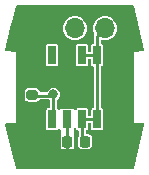
<source format=gbr>
G04 #@! TF.GenerationSoftware,KiCad,Pcbnew,7.0.1-0*
G04 #@! TF.CreationDate,2023-09-27T15:06:49-04:00*
G04 #@! TF.ProjectId,mechanical_speedo,6d656368-616e-4696-9361-6c5f73706565,rev?*
G04 #@! TF.SameCoordinates,Original*
G04 #@! TF.FileFunction,Copper,L1,Top*
G04 #@! TF.FilePolarity,Positive*
%FSLAX46Y46*%
G04 Gerber Fmt 4.6, Leading zero omitted, Abs format (unit mm)*
G04 Created by KiCad (PCBNEW 7.0.1-0) date 2023-09-27 15:06:49*
%MOMM*%
%LPD*%
G01*
G04 APERTURE LIST*
G04 Aperture macros list*
%AMRoundRect*
0 Rectangle with rounded corners*
0 $1 Rounding radius*
0 $2 $3 $4 $5 $6 $7 $8 $9 X,Y pos of 4 corners*
0 Add a 4 corners polygon primitive as box body*
4,1,4,$2,$3,$4,$5,$6,$7,$8,$9,$2,$3,0*
0 Add four circle primitives for the rounded corners*
1,1,$1+$1,$2,$3*
1,1,$1+$1,$4,$5*
1,1,$1+$1,$6,$7*
1,1,$1+$1,$8,$9*
0 Add four rect primitives between the rounded corners*
20,1,$1+$1,$2,$3,$4,$5,0*
20,1,$1+$1,$4,$5,$6,$7,0*
20,1,$1+$1,$6,$7,$8,$9,0*
20,1,$1+$1,$8,$9,$2,$3,0*%
G04 Aperture macros list end*
G04 #@! TA.AperFunction,SMDPad,CuDef*
%ADD10RoundRect,0.200000X0.275000X-0.200000X0.275000X0.200000X-0.275000X0.200000X-0.275000X-0.200000X0*%
G04 #@! TD*
G04 #@! TA.AperFunction,SMDPad,CuDef*
%ADD11R,0.700000X1.525000*%
G04 #@! TD*
G04 #@! TA.AperFunction,SMDPad,CuDef*
%ADD12RoundRect,0.225000X-0.225000X-0.250000X0.225000X-0.250000X0.225000X0.250000X-0.225000X0.250000X0*%
G04 #@! TD*
G04 #@! TA.AperFunction,ComponentPad*
%ADD13R,1.700000X1.700000*%
G04 #@! TD*
G04 #@! TA.AperFunction,ComponentPad*
%ADD14O,1.700000X1.700000*%
G04 #@! TD*
G04 #@! TA.AperFunction,ViaPad*
%ADD15C,0.800000*%
G04 #@! TD*
G04 #@! TA.AperFunction,Conductor*
%ADD16C,0.250000*%
G04 #@! TD*
G04 APERTURE END LIST*
D10*
X-3600000Y-650000D03*
X-3600000Y1000000D03*
D11*
X1905000Y2712000D03*
X635000Y2712000D03*
X-635000Y2712000D03*
X-1905000Y2712000D03*
X-1905000Y-2712000D03*
X-635000Y-2712000D03*
X635000Y-2712000D03*
X1905000Y-2712000D03*
D12*
X-675000Y-4600000D03*
X875000Y-4600000D03*
D13*
X-2525000Y5000000D03*
D14*
X15000Y5000000D03*
X2555000Y5000000D03*
D15*
X-1800000Y-600000D03*
D16*
X-675000Y-5475000D02*
X-800000Y-5600000D01*
X-675000Y-4600000D02*
X-675000Y-5475000D01*
X-635000Y-2712000D02*
X-635000Y-4560000D01*
X-635000Y-4560000D02*
X-675000Y-4600000D01*
X635000Y-2712000D02*
X635000Y-4360000D01*
X635000Y-4360000D02*
X875000Y-4600000D01*
X1905000Y2712000D02*
X1905000Y4350000D01*
X1905000Y4350000D02*
X2555000Y5000000D01*
X-3800000Y-712500D02*
X-1912500Y-712500D01*
X-1912500Y-712500D02*
X-1800000Y-600000D01*
X-1800000Y-600000D02*
X-1800000Y-2607000D01*
X-1800000Y-2607000D02*
X-1905000Y-2712000D01*
X635000Y2712000D02*
X1905000Y2712000D01*
X2712000Y4843000D02*
X2555000Y5000000D01*
X1905000Y-2712000D02*
X1905000Y2712000D01*
X1905000Y-2712000D02*
X635000Y-2712000D01*
G04 #@! TA.AperFunction,Conductor*
G36*
X4916789Y6937588D02*
G01*
X4959632Y6904136D01*
X4984053Y6855575D01*
X5901266Y3186721D01*
X5902532Y3132188D01*
X5880273Y3082387D01*
X5838797Y3046957D01*
X5786134Y3032755D01*
X5000000Y3000000D01*
X5000000Y-3000000D01*
X5786134Y-3032755D01*
X5838797Y-3046957D01*
X5880273Y-3082387D01*
X5902532Y-3132188D01*
X5901266Y-3186721D01*
X4984053Y-6855575D01*
X4959632Y-6904136D01*
X4916789Y-6937588D01*
X4863755Y-6949501D01*
X-4863755Y-6949501D01*
X-4916789Y-6937588D01*
X-4959632Y-6904136D01*
X-4984053Y-6855575D01*
X-5389072Y-5235500D01*
X-5901266Y-3186721D01*
X-5902532Y-3132188D01*
X-5880273Y-3082387D01*
X-5838797Y-3046957D01*
X-5786134Y-3032755D01*
X-5000000Y-3000000D01*
X-5000000Y-415785D01*
X-4235500Y-415785D01*
X-4235499Y-884214D01*
X-4225291Y-954286D01*
X-4172449Y-1062375D01*
X-4087375Y-1147449D01*
X-3979286Y-1200291D01*
X-3909215Y-1210500D01*
X-3290786Y-1210499D01*
X-3220714Y-1200291D01*
X-3112625Y-1147449D01*
X-3027551Y-1062375D01*
X-3027550Y-1062374D01*
X-3012919Y-1047743D01*
X-3012554Y-1048107D01*
X-2984337Y-1016812D01*
X-2918675Y-998000D01*
X-2244132Y-998000D01*
X-2204274Y-1004581D01*
X-2168646Y-1023624D01*
X-2134014Y-1050198D01*
X-2098288Y-1093730D01*
X-2085500Y-1148574D01*
X-2085500Y-1665000D01*
X-2102113Y-1727000D01*
X-2147500Y-1772387D01*
X-2209500Y-1789000D01*
X-2270807Y-1789000D01*
X-2317622Y-1798312D01*
X-2317623Y-1798312D01*
X-2317624Y-1798313D01*
X-2370714Y-1833786D01*
X-2406187Y-1886876D01*
X-2415500Y-1933694D01*
X-2415500Y-3490306D01*
X-2406187Y-3537124D01*
X-2370714Y-3590214D01*
X-2317624Y-3625687D01*
X-2290306Y-3631121D01*
X-2270807Y-3635000D01*
X-2270806Y-3635000D01*
X-1539194Y-3635000D01*
X-1539193Y-3635000D01*
X-1515785Y-3630343D01*
X-1492376Y-3625687D01*
X-1439286Y-3590214D01*
X-1427102Y-3571979D01*
X-1380295Y-3530385D01*
X-1319132Y-3516966D01*
X-1259210Y-3535143D01*
X-1215811Y-3580281D01*
X-1200000Y-3640870D01*
X-1200000Y-5200000D01*
X-100000Y-5200000D01*
X-100000Y-3595970D01*
X-84189Y-3535381D01*
X-40789Y-3490242D01*
X19133Y-3472066D01*
X80296Y-3485486D01*
X127103Y-3527081D01*
X133812Y-3537123D01*
X133813Y-3537124D01*
X169286Y-3590214D01*
X222376Y-3625687D01*
X239219Y-3629037D01*
X249693Y-3631121D01*
X300987Y-3654363D01*
X336712Y-3697895D01*
X349500Y-3752738D01*
X349500Y-4058257D01*
X336900Y-4112717D01*
X275417Y-4238481D01*
X264500Y-4313415D01*
X264500Y-4886585D01*
X275417Y-4961518D01*
X331922Y-5077101D01*
X422898Y-5168077D01*
X538481Y-5224582D01*
X613415Y-5235500D01*
X613418Y-5235500D01*
X1136582Y-5235500D01*
X1136585Y-5235500D01*
X1211518Y-5224582D01*
X1327101Y-5168077D01*
X1418077Y-5077101D01*
X1474582Y-4961518D01*
X1485500Y-4886585D01*
X1485500Y-4313415D01*
X1474582Y-4238481D01*
X1418077Y-4122898D01*
X1327101Y-4031922D01*
X1211518Y-3975417D01*
X1136585Y-3964500D01*
X1136582Y-3964500D01*
X1044500Y-3964500D01*
X982500Y-3947887D01*
X937113Y-3902500D01*
X920500Y-3840500D01*
X920500Y-3752738D01*
X933288Y-3697895D01*
X969013Y-3654363D01*
X1020307Y-3631121D01*
X1026785Y-3629832D01*
X1047624Y-3625687D01*
X1100714Y-3590214D01*
X1136187Y-3537124D01*
X1145500Y-3490306D01*
X1145500Y-3121500D01*
X1162113Y-3059500D01*
X1207500Y-3014113D01*
X1269500Y-2997500D01*
X1270500Y-2997500D01*
X1332500Y-3014113D01*
X1377887Y-3059500D01*
X1394500Y-3121500D01*
X1394500Y-3490307D01*
X1403812Y-3537122D01*
X1403812Y-3537123D01*
X1403813Y-3537124D01*
X1439286Y-3590214D01*
X1492376Y-3625687D01*
X1515785Y-3630343D01*
X1539193Y-3635000D01*
X1539194Y-3635000D01*
X2270806Y-3635000D01*
X2270807Y-3635000D01*
X2290306Y-3631121D01*
X2317624Y-3625687D01*
X2370714Y-3590214D01*
X2406187Y-3537124D01*
X2415500Y-3490306D01*
X2415500Y-1933694D01*
X2406187Y-1886876D01*
X2370714Y-1833786D01*
X2317624Y-1798313D01*
X2317623Y-1798312D01*
X2317622Y-1798312D01*
X2290307Y-1792879D01*
X2239013Y-1769637D01*
X2203288Y-1726105D01*
X2190500Y-1671262D01*
X2190500Y1671262D01*
X2203288Y1726105D01*
X2239013Y1769637D01*
X2290307Y1792879D01*
X2317622Y1798312D01*
X2317623Y1798312D01*
X2317624Y1798313D01*
X2370714Y1833786D01*
X2406187Y1886876D01*
X2415500Y1933694D01*
X2415500Y3490306D01*
X2406187Y3537124D01*
X2370714Y3590214D01*
X2317624Y3625687D01*
X2296785Y3629832D01*
X2290307Y3631121D01*
X2239013Y3654363D01*
X2203288Y3697895D01*
X2190500Y3752738D01*
X2190500Y3887405D01*
X2203740Y3943156D01*
X2240633Y3987002D01*
X2293299Y4009579D01*
X2350494Y4006066D01*
X2356905Y4004121D01*
X2555000Y3984611D01*
X2753094Y4004121D01*
X2943573Y4061902D01*
X3119118Y4155734D01*
X3119120Y4155735D01*
X3272988Y4282012D01*
X3399265Y4435880D01*
X3475505Y4578515D01*
X3493097Y4611426D01*
X3550878Y4801905D01*
X3550879Y4801907D01*
X3570389Y5000000D01*
X3550879Y5198093D01*
X3493097Y5388573D01*
X3399265Y5564120D01*
X3272988Y5717988D01*
X3119120Y5844265D01*
X2943573Y5938097D01*
X2753093Y5995879D01*
X2555000Y6015389D01*
X2356907Y5995879D01*
X2249368Y5963257D01*
X2166426Y5938097D01*
X2078653Y5891180D01*
X1990880Y5844265D01*
X1837012Y5717988D01*
X1710735Y5564120D01*
X1710734Y5564118D01*
X1616902Y5388573D01*
X1559121Y5198094D01*
X1539611Y5000000D01*
X1559121Y4801905D01*
X1616902Y4611427D01*
X1634494Y4578515D01*
X1648947Y4513255D01*
X1641263Y4490664D01*
X1644610Y4489877D01*
X1633591Y4443033D01*
X1628512Y4426634D01*
X1619500Y4403370D01*
X1619500Y4397504D01*
X1616206Y4369115D01*
X1614865Y4363413D01*
X1618311Y4338710D01*
X1619500Y4321579D01*
X1619500Y3752738D01*
X1606712Y3697895D01*
X1570987Y3654363D01*
X1519693Y3631121D01*
X1509219Y3629037D01*
X1492376Y3625687D01*
X1439286Y3590214D01*
X1403813Y3537124D01*
X1403812Y3537122D01*
X1394500Y3490307D01*
X1394500Y3121500D01*
X1377887Y3059500D01*
X1332500Y3014113D01*
X1270500Y2997500D01*
X1269500Y2997500D01*
X1207500Y3014113D01*
X1162113Y3059500D01*
X1145500Y3121500D01*
X1145500Y3490307D01*
X1136187Y3537122D01*
X1136187Y3537124D01*
X1100714Y3590214D01*
X1047624Y3625687D01*
X1016411Y3631895D01*
X1000807Y3635000D01*
X1000806Y3635000D01*
X269194Y3635000D01*
X269193Y3635000D01*
X245785Y3630343D01*
X222376Y3625687D01*
X169286Y3590214D01*
X133813Y3537124D01*
X133812Y3537122D01*
X124500Y3490307D01*
X124500Y1933693D01*
X133812Y1886877D01*
X169286Y1833786D01*
X222377Y1798312D01*
X269193Y1789000D01*
X269194Y1789000D01*
X1000806Y1789000D01*
X1000807Y1789000D01*
X1047622Y1798312D01*
X1047623Y1798312D01*
X1047624Y1798313D01*
X1100714Y1833786D01*
X1136187Y1886876D01*
X1145500Y1933694D01*
X1145500Y2302500D01*
X1162113Y2364500D01*
X1207500Y2409887D01*
X1269500Y2426500D01*
X1270500Y2426500D01*
X1332500Y2409887D01*
X1377887Y2364500D01*
X1394500Y2302500D01*
X1394500Y1933693D01*
X1403812Y1886877D01*
X1439286Y1833786D01*
X1492377Y1798312D01*
X1519693Y1792879D01*
X1570987Y1769637D01*
X1606712Y1726105D01*
X1619500Y1671262D01*
X1619500Y-1671262D01*
X1606712Y-1726105D01*
X1570987Y-1769637D01*
X1519693Y-1792879D01*
X1492377Y-1798312D01*
X1439286Y-1833786D01*
X1403812Y-1886877D01*
X1394500Y-1933693D01*
X1394500Y-2302500D01*
X1377887Y-2364500D01*
X1332500Y-2409887D01*
X1270500Y-2426500D01*
X1269500Y-2426500D01*
X1207500Y-2409887D01*
X1162113Y-2364500D01*
X1145500Y-2302500D01*
X1145500Y-1933693D01*
X1138185Y-1896919D01*
X1136187Y-1886876D01*
X1100714Y-1833786D01*
X1047624Y-1798313D01*
X1047623Y-1798312D01*
X1047622Y-1798312D01*
X1000807Y-1789000D01*
X1000806Y-1789000D01*
X269194Y-1789000D01*
X269193Y-1789000D01*
X222377Y-1798312D01*
X222375Y-1798313D01*
X222376Y-1798313D01*
X169288Y-1833785D01*
X169285Y-1833787D01*
X127103Y-1896919D01*
X80296Y-1938514D01*
X19133Y-1951934D01*
X-40789Y-1933758D01*
X-84189Y-1888619D01*
X-100000Y-1828030D01*
X-100000Y-1800000D01*
X-1200000Y-1800000D01*
X-1205956Y-1805956D01*
X-1215811Y-1843719D01*
X-1259210Y-1888857D01*
X-1319132Y-1907034D01*
X-1380295Y-1893615D01*
X-1427103Y-1852020D01*
X-1439286Y-1833785D01*
X-1459389Y-1820354D01*
X-1499858Y-1775705D01*
X-1514500Y-1717251D01*
X-1514500Y-1148574D01*
X-1501712Y-1093730D01*
X-1465986Y-1050198D01*
X-1400245Y-999754D01*
X-1310404Y-882669D01*
X-1253926Y-746320D01*
X-1249443Y-712274D01*
X-1234662Y-599999D01*
X-1253926Y-453680D01*
X-1310404Y-317331D01*
X-1400245Y-200245D01*
X-1517330Y-110404D01*
X-1585505Y-82164D01*
X-1653680Y-53926D01*
X-1670702Y-51684D01*
X-1800000Y-34662D01*
X-1929297Y-51684D01*
X-1946320Y-53926D01*
X-2032202Y-89500D01*
X-2082668Y-110404D01*
X-2199754Y-200245D01*
X-2289595Y-317330D01*
X-2303316Y-350454D01*
X-2330196Y-390682D01*
X-2370425Y-417561D01*
X-2417877Y-427000D01*
X-2857566Y-427000D01*
X-2923227Y-408188D01*
X-2968966Y-357461D01*
X-3027551Y-237624D01*
X-3112624Y-152551D01*
X-3220712Y-99709D01*
X-3255749Y-94604D01*
X-3290786Y-89500D01*
X-3290787Y-89500D01*
X-3909212Y-89500D01*
X-3979285Y-99708D01*
X-3979286Y-99709D01*
X-4087375Y-152551D01*
X-4172449Y-237625D01*
X-4225291Y-345714D01*
X-4235500Y-415785D01*
X-5000000Y-415785D01*
X-5000000Y1933694D01*
X-2415500Y1933694D01*
X-2406187Y1886876D01*
X-2370714Y1833786D01*
X-2317624Y1798313D01*
X-2317623Y1798312D01*
X-2317622Y1798312D01*
X-2270807Y1789000D01*
X-2270806Y1789000D01*
X-1539194Y1789000D01*
X-1539193Y1789000D01*
X-1492377Y1798312D01*
X-1439286Y1833786D01*
X-1403812Y1886877D01*
X-1394500Y1933693D01*
X-1394500Y3490307D01*
X-1403812Y3537122D01*
X-1403813Y3537124D01*
X-1439286Y3590214D01*
X-1492376Y3625687D01*
X-1515785Y3630343D01*
X-1539193Y3635000D01*
X-1539194Y3635000D01*
X-2270806Y3635000D01*
X-2270807Y3635000D01*
X-2286411Y3631895D01*
X-2317624Y3625687D01*
X-2370714Y3590214D01*
X-2406187Y3537124D01*
X-2415500Y3490306D01*
X-2415500Y1933694D01*
X-5000000Y1933694D01*
X-5000000Y3000000D01*
X-5786134Y3032755D01*
X-5838797Y3046957D01*
X-5880273Y3082387D01*
X-5902532Y3132188D01*
X-5901266Y3186721D01*
X-5447946Y5000000D01*
X-1000389Y5000000D01*
X-980879Y4801907D01*
X-980878Y4801905D01*
X-923097Y4611426D01*
X-905505Y4578515D01*
X-829265Y4435880D01*
X-702988Y4282012D01*
X-549120Y4155735D01*
X-549118Y4155734D01*
X-373573Y4061902D01*
X-183094Y4004121D01*
X15000Y3984611D01*
X213094Y4004121D01*
X403573Y4061902D01*
X579118Y4155734D01*
X579120Y4155735D01*
X732988Y4282012D01*
X859265Y4435880D01*
X935505Y4578515D01*
X953097Y4611426D01*
X1010878Y4801905D01*
X1010879Y4801907D01*
X1030389Y5000000D01*
X1010879Y5198093D01*
X953097Y5388573D01*
X859265Y5564120D01*
X732988Y5717988D01*
X579120Y5844265D01*
X403573Y5938097D01*
X213093Y5995879D01*
X15000Y6015389D01*
X-183093Y5995879D01*
X-373573Y5938097D01*
X-549120Y5844265D01*
X-702988Y5717988D01*
X-829265Y5564120D01*
X-923097Y5388573D01*
X-980879Y5198093D01*
X-1000389Y5000000D01*
X-5447946Y5000000D01*
X-5306917Y5564118D01*
X-4984052Y6855576D01*
X-4959632Y6904136D01*
X-4916789Y6937588D01*
X-4863755Y6949501D01*
X4863755Y6949501D01*
X4916789Y6937588D01*
G37*
G04 #@! TD.AperFunction*
M02*

</source>
